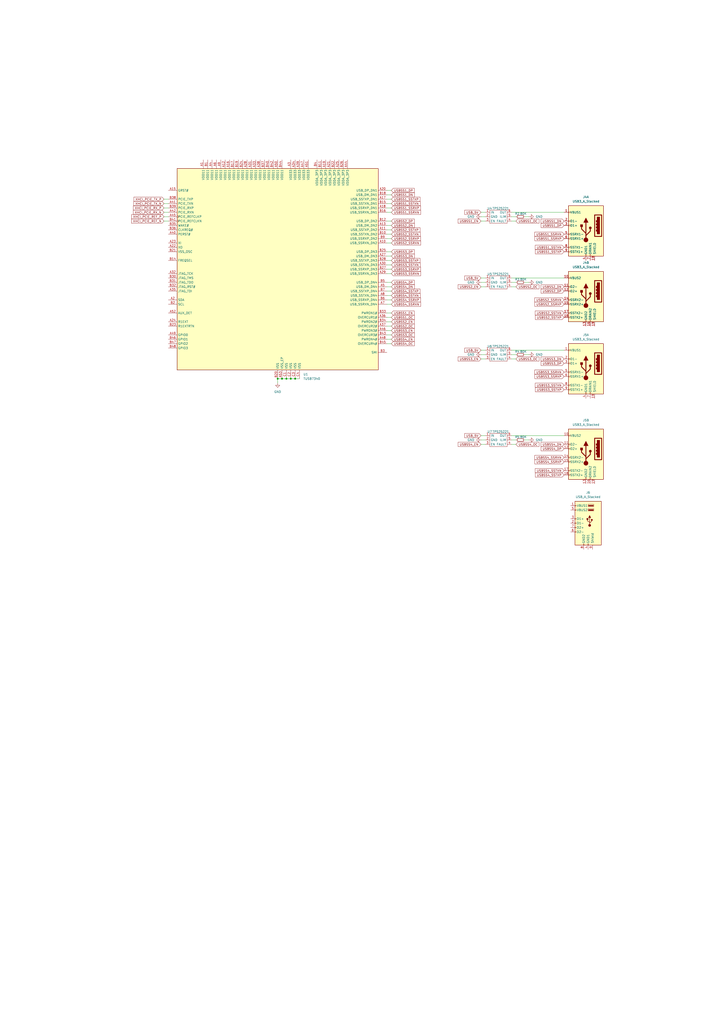
<source format=kicad_sch>
(kicad_sch (version 20231120) (generator "eeschema") (generator_version "8.0")
  (paper "A2" portrait)
  (lib_symbols
    (symbol "Connector:USB3_A_Stacked" (pin_names (offset 1.016))
      (property "Reference" "J" (at -10.16 15.24 0))
      (property "Value" "USB3_A_Stacked" (at 10.16 15.24 0))
      (symbol "USB3_A_Stacked_0_0"
        (rectangle (start -9.144 8.636) (end -5.08 -3.81) (stroke (width 0.508)))
        (rectangle (start -7.874 7.366) (end -6.604 -2.286) (stroke (width 0.508)) (fill (type outline)))
        (rectangle (start -6.35 0) (end -6.096 -0.762) (stroke (width 0.508)))
        (rectangle (start -6.35 1.778) (end -6.096 1.016) (stroke (width 0.508)))
        (rectangle (start -6.35 3.556) (end -6.096 2.794) (stroke (width 0.508)))
        (rectangle (start -6.35 5.334) (end -6.096 4.572) (stroke (width 0.508)))
        (rectangle (start -2.794 -15.24) (end -2.286 -14.224))
        (rectangle (start -0.254 -15.24) (end 0.254 -14.224))
        (rectangle (start 10.16 -12.446) (end 9.144 -12.954))
        (rectangle (start 10.16 -9.906) (end 9.144 -10.414))
        (rectangle (start 10.16 -4.826) (end 9.144 -5.334))
        (rectangle (start 10.16 -2.286) (end 9.144 -2.794))
        (rectangle (start 10.16 2.794) (end 9.144 2.286))
        (rectangle (start 10.16 5.334) (end 9.144 4.826))
        (rectangle (start 10.16 10.414) (end 9.144 9.906))
      )
      (symbol "USB3_A_Stacked_0_1"
        (rectangle (start -10.16 13.97) (end 10.16 -15.24) (stroke (width 0.254)) (fill (type background)))
        (pin passive line (at -5.08 -17.78 90) (length 2.54) (name "SHIELD") (number "19"))
      )
      (symbol "USB3_A_Stacked_1_1"
        (circle (center -2.54 1.143) (radius 0.635) (stroke (width 0.254)) (fill (type outline)))
        (circle (center 0 -5.842) (radius 1.27) (fill (type outline)))
        (polyline (pts (xy 0 -5.842) (xy 0 4.318)) (stroke (width 0.508)))
        (polyline (pts (xy 0 -3.302) (xy -2.54 -0.762) (xy -2.54 0.508)) (stroke (width 0.508)))
        (polyline (pts (xy 0 -2.032) (xy 2.54 0.508) (xy 2.54 1.778)) (stroke (width 0.508)))
        (polyline (pts (xy -1.27 4.318) (xy 0 6.858) (xy 1.27 4.318) (xy -1.27 4.318)) (stroke (width 0.254)) (fill (type outline)))
        (rectangle (start 1.905 1.778) (end 3.175 3.048) (stroke (width 0.254)) (fill (type outline)))
        (pin power_in line (at 12.7 10.16 180) (length 2.54) (name "VBUS1") (number "1"))
        (pin bidirectional line (at 12.7 5.08 180) (length 2.54) (name "D1-") (number "2"))
        (pin bidirectional line (at 12.7 2.54 180) (length 2.54) (name "D1+") (number "3"))
        (pin power_in line (at 0 -17.78 90) (length 2.54) (name "GND1") (number "4"))
        (pin output line (at 12.7 -2.54 180) (length 2.54) (name "SSRX1-") (number "5"))
        (pin output line (at 12.7 -5.08 180) (length 2.54) (name "SSRX1+") (number "6"))
        (pin passive line (at -2.54 -17.78 90) (length 2.54) (name "DRAIN1") (number "7"))
        (pin input line (at 12.7 -10.16 180) (length 2.54) (name "SSTX1-") (number "8"))
        (pin input line (at 12.7 -12.7 180) (length 2.54) (name "SSTX1+") (number "9"))
      )
      (symbol "USB3_A_Stacked_2_1"
        (circle (center -2.54 1.143) (radius 0.635) (stroke (width 0.254)) (fill (type outline)))
        (circle (center 0 -5.842) (radius 1.27) (fill (type outline)))
        (polyline (pts (xy 0 -5.842) (xy 0 4.318)) (stroke (width 0.508)))
        (polyline (pts (xy 0 -3.302) (xy -2.54 -0.762) (xy -2.54 0.508)) (stroke (width 0.508)))
        (polyline (pts (xy 0 -2.032) (xy 2.54 0.508) (xy 2.54 1.778)) (stroke (width 0.508)))
        (polyline (pts (xy -1.27 4.318) (xy 0 6.858) (xy 1.27 4.318) (xy -1.27 4.318)) (stroke (width 0.254)) (fill (type outline)))
        (rectangle (start 1.905 1.778) (end 3.175 3.048) (stroke (width 0.254)) (fill (type outline)))
        (pin power_in line (at 12.7 10.16 180) (length 2.54) (name "VBUS2") (number "10"))
        (pin bidirectional line (at 12.7 5.08 180) (length 2.54) (name "D2-") (number "11"))
        (pin bidirectional line (at 12.7 2.54 180) (length 2.54) (name "D2+") (number "12"))
        (pin power_in line (at 0 -17.78 90) (length 2.54) (name "GND2") (number "13"))
        (pin output line (at 12.7 -2.54 180) (length 2.54) (name "SSRX2-") (number "14"))
        (pin output line (at 12.7 -5.08 180) (length 2.54) (name "SSRX2+") (number "15"))
        (pin passive line (at -2.54 -17.78 90) (length 2.54) (name "DRAIN2") (number "16"))
        (pin input line (at 12.7 -10.16 180) (length 2.54) (name "SSTX2-") (number "17"))
        (pin input line (at 12.7 -12.7 180) (length 2.54) (name "SSTX2+") (number "18"))
      )
    )
    (symbol "Connector:USB_A_Stacked" (pin_names (offset 1.016))
      (property "Reference" "J" (at 0 15.875 0))
      (property "Value" "USB_A_Stacked" (at 0 13.97 0))
      (symbol "USB_A_Stacked_0_1"
        (rectangle (start -7.62 12.7) (end 7.62 -12.7) (stroke (width 0.254)) (fill (type background)))
        (circle (center -2.159 1.905) (radius 0.381) (stroke (width 0.254)) (fill (type outline)))
        (circle (center -0.889 -1.27) (radius 0.635) (stroke (width 0.254)) (fill (type outline)))
        (rectangle (start -0.254 7.366) (end -3.048 7.874) (fill (type outline)))
        (rectangle (start -0.254 9.906) (end -3.048 10.414) (fill (type outline)))
        (rectangle (start -0.127 -12.7) (end 0.127 -11.938))
        (polyline (pts (xy -1.524 3.175) (xy -0.254 3.175) (xy -0.889 4.445) (xy -1.524 3.175)) (stroke (width 0.254)) (fill (type outline)))
        (polyline (pts (xy -0.889 -0.635) (xy -0.889 0) (xy -2.159 1.27) (xy -2.159 1.905)) (stroke (width 0.254)))
        (polyline (pts (xy -0.889 0) (xy -0.889 0.635) (xy 0.381 1.27) (xy 0.381 2.54)) (stroke (width 0.254)))
        (rectangle (start 0 2.794) (end 0.762 2.032) (stroke (width 0.254)) (fill (type outline)))
        (rectangle (start 0 7.112) (end -3.302 8.382))
        (rectangle (start 0 9.652) (end -3.302 10.922))
        (rectangle (start 2.413 -12.7) (end 2.667 -11.938))
        (rectangle (start 7.62 -5.207) (end 6.858 -4.953))
        (rectangle (start 7.62 -2.667) (end 6.858 -2.413))
        (rectangle (start 7.62 -0.127) (end 6.858 0.127))
        (rectangle (start 7.62 2.413) (end 6.858 2.667))
        (rectangle (start 7.62 7.493) (end 6.858 7.747))
        (rectangle (start 7.62 10.033) (end 6.858 10.287))
      )
      (symbol "USB_A_Stacked_1_1"
        (polyline (pts (xy -0.889 0.635) (xy -0.889 3.175)) (stroke (width 0.254)))
        (pin power_in line (at 10.16 10.16 180) (length 2.54) (name "VBUS1") (number "1"))
        (pin bidirectional line (at 10.16 0 180) (length 2.54) (name "D1-") (number "2"))
        (pin bidirectional line (at 10.16 2.54 180) (length 2.54) (name "D1+") (number "3"))
        (pin power_in line (at 0 -15.24 90) (length 2.54) (name "GND1") (number "4"))
        (pin power_in line (at 10.16 7.62 180) (length 2.54) (name "VBUS2") (number "5"))
        (pin bidirectional line (at 10.16 -5.08 180) (length 2.54) (name "D2-") (number "6"))
        (pin bidirectional line (at 10.16 -2.54 180) (length 2.54) (name "D2+") (number "7"))
        (pin power_in line (at 2.54 -15.24 90) (length 2.54) (name "GND2") (number "8"))
        (pin passive line (at -2.54 -15.24 90) (length 2.54) (name "Shield") (number "9"))
      )
    )
    (symbol "Device:R_Small" (pin_numbers hide) (pin_names (offset 0.254) hide)
      (property "Reference" "R" (at 0.762 0.508 0))
      (property "Value" "R_Small" (at 0.762 -1.016 0))
      (symbol "R_Small_0_1"
        (rectangle (start -0.762 1.778) (end 0.762 -1.778) (stroke (width 0.2032)))
      )
      (symbol "R_Small_1_1"
        (pin passive line (at 0 2.54 270) (length 0.762) (name "~") (number "1"))
        (pin passive line (at 0 -2.54 90) (length 0.762) (name "~") (number "2"))
      )
    )
    (symbol "Interface_USB:TUSB7340"
      (property "Reference" "U" (at 0 0 0))
      (property "Value" "TUSB7340" (at 0 -2.54 0))
      (symbol "TUSB7340_0_1"
        (rectangle (start 58.42 58.42) (end -58.42 -58.42) (stroke (width 0.254)) (fill (type background)))
      )
      (symbol "TUSB7340_1_1"
        (pin power_in line (at -43.18 63.5 270) (length 5.08) (name "VDD11") (number "A1"))
        (pin input line (at 63.5 15.24 180) (length 5.08) (name "USB_SSRXN_DN2") (number "A10"))
        (pin output line (at 63.5 22.86 180) (length 5.08) (name "USB_SSTXP_DN2") (number "A11"))
        (pin power_in line (at -30.48 63.5 270) (length 5.08) (name "VDD11") (number "A12"))
        (pin bidirectional line (at 63.5 25.4 180) (length 5.08) (name "USB_DM_DN2") (number "A13"))
        (pin no_connect line (at -17.78 -58.42 90) (length 5.08) hide (name "NC") (number "A14"))
        (pin input line (at -63.5 45.72 0) (length 5.08) (name "GRST#") (number "A15"))
        (pin power_in line (at -27.94 63.5 270) (length 5.08) (name "VDD11") (number "A16"))
        (pin output line (at 63.5 40.64 180) (length 5.08) (name "USB_SSTXP_DN1") (number "A17"))
        (pin input line (at 63.5 35.56 180) (length 5.08) (name "USB_SSRXP_DN1") (number "A18"))
        (pin power_in line (at 27.94 63.5 270) (length 5.08) (name "VDDA_3P3") (number "A19"))
        (pin bidirectional line (at -63.5 -17.78 0) (length 5.08) (name "SDA") (number "A2"))
        (pin bidirectional line (at 63.5 45.72 180) (length 5.08) (name "USB_DP_DN1") (number "A20"))
        (pin power_in line (at 30.48 63.5 270) (length 5.08) (name "VDDA_3P3") (number "A21"))
        (pin output line (at -63.5 12.7 0) (length 5.08) (name "XO") (number "A22"))
        (pin input line (at -63.5 15.24 0) (length 5.08) (name "XI") (number "A23"))
        (pin bidirectional line (at -63.5 -30.48 0) (length 5.08) (name "R1EXT") (number "A24"))
        (pin power_in line (at 35.56 63.5 270) (length 5.08) (name "VDDA_3P3") (number "A25"))
        (pin no_connect line (at -15.24 -58.42 90) (length 5.08) hide (name "NC") (number "A26"))
        (pin bidirectional line (at 63.5 7.62 180) (length 5.08) (name "USB_DM_DN3") (number "A27"))
        (pin power_in line (at -17.78 63.5 270) (length 5.08) (name "VDD11") (number "A28"))
        (pin input line (at 63.5 -2.54 180) (length 5.08) (name "USB_SSRXN_DN3") (number "A29"))
        (pin power_in line (at 7.62 63.5 270) (length 5.08) (name "VDD33") (number "A3"))
        (pin output line (at 63.5 2.54 180) (length 5.08) (name "USB_SSTXN_DN3") (number "A30"))
        (pin power_in line (at -15.24 63.5 270) (length 5.08) (name "VDD11") (number "A31"))
        (pin input line (at -63.5 -2.54 0) (length 5.08) (name "JTAG_TCK") (number "A32"))
        (pin power_in line (at -12.7 63.5 270) (length 5.08) (name "VDD11") (number "A33"))
        (pin power_in line (at 10.16 63.5 270) (length 5.08) (name "VDD33") (number "A34"))
        (pin input line (at -63.5 -12.7 0) (length 5.08) (name "JTAG_TDI") (number "A35"))
        (pin input line (at 63.5 -27.94 180) (length 5.08) (name "OVERCUR1#") (number "A36"))
        (pin input line (at 63.5 -33.02 180) (length 5.08) (name "OVERCUR2#") (number "A37"))
        (pin power_in line (at -10.16 63.5 270) (length 5.08) (name "VDD11") (number "A38"))
        (pin power_in line (at 12.7 63.5 270) (length 5.08) (name "VDD33") (number "A39"))
        (pin power_in line (at -38.1 63.5 270) (length 5.08) (name "VDD11") (number "A4"))
        (pin input line (at -63.5 20.32 0) (length 5.08) (name "PERST#") (number "A40"))
        (pin output line (at -63.5 38.1 0) (length 5.08) (name "PCIE_TXN") (number "A41"))
        (pin input line (at -63.5 33.02 0) (length 5.08) (name "PCIE_RXN") (number "A42"))
        (pin no_connect line (at -10.16 -58.42 90) (length 5.08) hide (name "NC") (number "A43"))
        (pin power_in line (at 40.64 63.5 270) (length 5.08) (name "VDDA_3P3") (number "A44"))
        (pin input clock (at -63.5 30.48 0) (length 5.08) (name "PCIE_REFCLKP") (number "A45"))
        (pin output line (at 63.5 -35.56 180) (length 5.08) (name "PWRON3#") (number "A46"))
        (pin power_in line (at 15.24 63.5 270) (length 5.08) (name "VDD33") (number "A47"))
        (pin output line (at 63.5 -40.64 180) (length 5.08) (name "PWRON4#") (number "A48"))
        (pin bidirectional line (at -63.5 -38.1 0) (length 5.08) (name "GPIO0") (number "A49"))
        (pin bidirectional line (at 63.5 -10.16 180) (length 5.08) (name "USB_DM_DN4") (number "A5"))
        (pin power_in line (at 0 63.5 270) (length 5.08) (name "VDD11") (number "A50"))
        (pin power_in line (at 17.78 63.5 270) (length 5.08) (name "VDD33") (number "A51"))
        (pin input line (at -63.5 -25.4 0) (length 5.08) (name "AUX_DET") (number "A52"))
        (pin power_in line (at 2.54 -63.5 90) (length 5.08) (name "VSS_EP") (number "A53"))
        (pin power_in line (at -35.56 63.5 270) (length 5.08) (name "VDD11") (number "A6"))
        (pin input line (at 63.5 -20.32 180) (length 5.08) (name "USB_SSRXN_DN4") (number "A7"))
        (pin input line (at 63.5 -15.24 180) (length 5.08) (name "USB_SSTXN_DN4") (number "A8"))
        (pin power_in line (at -33.02 63.5 270) (length 5.08) (name "VDD11") (number "A9"))
        (pin power_in line (at -40.64 63.5 270) (length 5.08) (name "VDD11") (number "B1"))
        (pin output line (at 63.5 20.32 180) (length 5.08) (name "USB_SSTXN_DN2") (number "B10"))
        (pin power_in line (at 25.4 63.5 270) (length 5.08) (name "VDDA_3P3") (number "B11"))
        (pin bidirectional line (at 63.5 27.94 180) (length 5.08) (name "USB_DP_DN2") (number "B12"))
        (pin no_connect line (at -20.32 -58.42 90) (length 5.08) hide (name "NC") (number "B13"))
        (pin input line (at -63.5 5.08 0) (length 5.08) (name "FREQSEL") (number "B14"))
        (pin output line (at 63.5 38.1 180) (length 5.08) (name "USB_SSTXN_DN1") (number "B15"))
        (pin input line (at 63.5 33.02 180) (length 5.08) (name "USB_SSRXN_DN1") (number "B16"))
        (pin power_in line (at -25.4 63.5 270) (length 5.08) (name "VDD11") (number "B17"))
        (pin bidirectional line (at 63.5 43.18 180) (length 5.08) (name "USB_DM_DN1") (number "B18"))
        (pin power_in line (at -22.86 63.5 270) (length 5.08) (name "VDD11") (number "B19"))
        (pin bidirectional line (at -63.5 -20.32 0) (length 5.08) (name "SCL") (number "B2"))
        (pin power_in line (at 0 -63.5 90) (length 5.08) (name "VSS") (number "B20"))
        (pin input line (at -63.5 10.16 0) (length 5.08) (name "VSS_OSC") (number "B21"))
        (pin power_in line (at 33.02 63.5 270) (length 5.08) (name "VDDA_3P3") (number "B22"))
        (pin bidirectional line (at -63.5 -33.02 0) (length 5.08) (name "R1EXTRTN") (number "B23"))
        (pin power_in line (at -20.32 63.5 270) (length 5.08) (name "VDD11") (number "B24"))
        (pin bidirectional line (at 63.5 10.16 180) (length 5.08) (name "USB_DP_DN3") (number "B25"))
        (pin power_in line (at 38.1 63.5 270) (length 5.08) (name "VDDA_3P3") (number "B26"))
        (pin input line (at 63.5 0 180) (length 5.08) (name "USB_SSRXP_DN3") (number "B27"))
        (pin output line (at 63.5 5.08 180) (length 5.08) (name "USB_SSTXP_DN3") (number "B28"))
        (pin no_connect line (at -12.7 -58.42 90) (length 5.08) hide (name "NC") (number "B29"))
        (pin output line (at 63.5 -48.26 180) (length 5.08) (name "SMI") (number "B3"))
        (pin input line (at -63.5 -5.08 0) (length 5.08) (name "JTAG_TMS") (number "B30"))
        (pin output line (at -63.5 -7.62 0) (length 5.08) (name "JTAG_TDO") (number "B31"))
        (pin input line (at -63.5 -10.16 0) (length 5.08) (name "JTAG_RST#") (number "B32"))
        (pin output line (at 63.5 -25.4 180) (length 5.08) (name "PWRON1#") (number "B33"))
        (pin output line (at 63.5 -30.48 180) (length 5.08) (name "PWRON2#") (number "B34"))
        (pin output line (at -63.5 25.4 0) (length 5.08) (name "WAKE#") (number "B35"))
        (pin input line (at -63.5 22.86 0) (length 5.08) (name "CLKREQ#") (number "B36"))
        (pin power_in line (at -7.62 63.5 270) (length 5.08) (name "VDD11") (number "B37"))
        (pin output line (at -63.5 40.64 0) (length 5.08) (name "PCIE_TXP") (number "B38"))
        (pin input line (at -63.5 35.56 0) (length 5.08) (name "PCIE_RXP") (number "B39"))
        (pin power_in line (at 22.86 63.5 270) (length 5.08) (name "VDDA_3P3") (number "B4"))
        (pin power_in line (at -5.08 63.5 270) (length 5.08) (name "VDD11") (number "B40"))
        (pin input clock (at -63.5 27.94 0) (length 5.08) (name "PCIE_REFCLKN") (number "B41"))
        (pin power_in line (at -2.54 63.5 270) (length 5.08) (name "VDD11") (number "B42"))
        (pin input line (at 63.5 -38.1 180) (length 5.08) (name "OVERCUR3#") (number "B43"))
        (pin power_in line (at 2.54 63.5 270) (length 5.08) (name "VDD11") (number "B44"))
        (pin input line (at 63.5 -43.18 180) (length 5.08) (name "OVERCUR4#") (number "B45"))
        (pin bidirectional line (at -63.5 -40.64 0) (length 5.08) (name "GPIO1") (number "B46"))
        (pin bidirectional line (at -63.5 -43.18 0) (length 5.08) (name "GPIO2") (number "B47"))
        (pin bidirectional line (at -63.5 -45.72 0) (length 5.08) (name "GPIO3") (number "B48"))
        (pin bidirectional line (at 63.5 -7.62 180) (length 5.08) (name "USB_DP_DN4") (number "B5"))
        (pin input line (at 63.5 -17.78 180) (length 5.08) (name "USB_SSRXP_DN4") (number "B6"))
        (pin input line (at 63.5 -12.7 180) (length 5.08) (name "USB_SSTXP_DN4") (number "B7"))
        (pin no_connect line (at -22.86 -58.42 90) (length 5.08) hide (name "NC") (number "B8"))
        (pin input line (at 63.5 17.78 180) (length 5.08) (name "USB_SSRXP_DN2") (number "B9"))
        (pin power_in line (at 5.08 -63.5 90) (length 5.08) (name "VSS") (number "C1"))
        (pin power_in line (at 7.62 -63.5 90) (length 5.08) (name "VSS") (number "C2"))
        (pin power_in line (at 10.16 -63.5 90) (length 5.08) (name "VSS") (number "C3"))
        (pin power_in line (at 12.7 -63.5 90) (length 5.08) (name "VSS") (number "C4"))
      )
    )
    (symbol "mediacow:TPS25221"
      (property "Reference" "U" (at -5.588 4.826 0))
      (symbol "TPS25221_0_1"
        (rectangle (start -5.08 3.81) (end 5.08 -3.81))
      )
      (symbol "TPS25221_1_1"
        (pin input line (at -7.62 2.54 0) (length 2.54) (name "IN") (number "1"))
        (pin input line (at -7.62 0 0) (length 2.54) (name "GND") (number "2"))
        (pin input line (at -7.62 -2.54 0) (length 2.54) (name "EN") (number "3"))
        (pin input line (at 7.62 -2.54 180) (length 2.54) (name "FAULT") (number "4"))
        (pin input line (at 7.62 0 180) (length 2.54) (name "ILIM") (number "5"))
        (pin input line (at 7.62 2.54 180) (length 2.54) (name "OUT") (number "6"))
      )
    )
    (symbol "power:GND" (power) (pin_numbers hide) (pin_names (offset 0) hide)
      (property "Value" "GND" (at 0 -3.81 0))
      (symbol "GND_0_1"
        (polyline (pts (xy 0 0) (xy 0 -1.27) (xy 1.27 -1.27) (xy 0 -2.54) (xy -1.27 -1.27) (xy 0 -1.27)))
      )
      (symbol "GND_1_1"
        (pin power_in line (at 0 0 270) (length 0) (name "~") (number "1"))
      )
    )
  )
  (junction (at 168.91 219.71))
  (junction (at 163.83 219.71))
  (junction (at 161.29 219.71))
  (junction (at 171.45 219.71))
  (junction (at 166.37 219.71))
  (wire (pts (xy 224.79 173.99) (xy 227.33 173.99)))
  (wire (pts (xy 297.18 203.2) (xy 327.66 203.2)))
  (wire (pts (xy 297.18 123.19) (xy 327.66 123.19)))
  (wire (pts (xy 279.4 161.29) (xy 281.94 161.29)))
  (wire (pts (xy 224.79 118.11) (xy 227.33 118.11)))
  (wire (pts (xy 279.4 255.27) (xy 281.94 255.27)))
  (wire (pts (xy 297.18 161.29) (xy 327.66 161.29)))
  (wire (pts (xy 163.83 219.71) (xy 166.37 219.71)))
  (wire (pts (xy 224.79 138.43) (xy 227.33 138.43)))
  (wire (pts (xy 224.79 135.89) (xy 227.33 135.89)))
  (wire (pts (xy 279.4 128.27) (xy 281.94 128.27)))
  (wire (pts (xy 161.29 219.71) (xy 163.83 219.71)))
  (wire (pts (xy 224.79 166.37) (xy 227.33 166.37)))
  (wire (pts (xy 171.45 219.71) (xy 173.99 219.71)))
  (wire (pts (xy 299.72 208.28) (xy 297.18 208.28)))
  (wire (pts (xy 297.18 163.83) (xy 299.72 163.83)))
  (wire (pts (xy 279.4 163.83) (xy 281.94 163.83)))
  (wire (pts (xy 224.79 176.53) (xy 227.33 176.53)))
  (wire (pts (xy 224.79 146.05) (xy 227.33 146.05)))
  (wire (pts (xy 224.79 184.15) (xy 227.33 184.15)))
  (wire (pts (xy 279.4 257.81) (xy 281.94 257.81)))
  (wire (pts (xy 168.91 219.71) (xy 171.45 219.71)))
  (wire (pts (xy 297.18 125.73) (xy 299.72 125.73)))
  (wire (pts (xy 224.79 199.39) (xy 227.33 199.39)))
  (wire (pts (xy 224.79 163.83) (xy 227.33 163.83)))
  (wire (pts (xy 224.79 130.81) (xy 227.33 130.81)))
  (wire (pts (xy 297.18 252.73) (xy 327.66 252.73)))
  (wire (pts (xy 279.4 125.73) (xy 281.94 125.73)))
  (wire (pts (xy 95.25 128.27) (xy 97.79 128.27)))
  (wire (pts (xy 224.79 151.13) (xy 227.33 151.13)))
  (wire (pts (xy 279.4 252.73) (xy 281.94 252.73)))
  (wire (pts (xy 224.79 191.77) (xy 227.33 191.77)))
  (wire (pts (xy 279.4 205.74) (xy 281.94 205.74)))
  (wire (pts (xy 307.34 255.27) (xy 304.8 255.27)))
  (wire (pts (xy 297.18 255.27) (xy 299.72 255.27)))
  (wire (pts (xy 224.79 158.75) (xy 227.33 158.75)))
  (wire (pts (xy 224.79 140.97) (xy 227.33 140.97)))
  (wire (pts (xy 279.4 203.2) (xy 281.94 203.2)))
  (wire (pts (xy 95.25 115.57) (xy 97.79 115.57)))
  (wire (pts (xy 95.25 118.11) (xy 97.79 118.11)))
  (wire (pts (xy 307.34 125.73) (xy 304.8 125.73)))
  (wire (pts (xy 224.79 171.45) (xy 227.33 171.45)))
  (wire (pts (xy 297.18 205.74) (xy 299.72 205.74)))
  (wire (pts (xy 224.79 153.67) (xy 227.33 153.67)))
  (wire (pts (xy 95.25 120.65) (xy 97.79 120.65)))
  (wire (pts (xy 224.79 120.65) (xy 227.33 120.65)))
  (wire (pts (xy 224.79 123.19) (xy 227.33 123.19)))
  (wire (pts (xy 224.79 115.57) (xy 227.33 115.57)))
  (wire (pts (xy 279.4 208.28) (xy 281.94 208.28)))
  (wire (pts (xy 227.33 113.03) (xy 224.79 113.03)))
  (wire (pts (xy 224.79 156.21) (xy 227.33 156.21)))
  (wire (pts (xy 224.79 133.35) (xy 227.33 133.35)))
  (wire (pts (xy 299.72 257.81) (xy 297.18 257.81)))
  (wire (pts (xy 224.79 181.61) (xy 227.33 181.61)))
  (wire (pts (xy 299.72 166.37) (xy 297.18 166.37)))
  (wire (pts (xy 224.79 194.31) (xy 227.33 194.31)))
  (wire (pts (xy 299.72 128.27) (xy 297.18 128.27)))
  (wire (pts (xy 224.79 128.27) (xy 227.33 128.27)))
  (wire (pts (xy 161.29 222.25) (xy 161.29 219.71)))
  (wire (pts (xy 224.79 189.23) (xy 227.33 189.23)))
  (wire (pts (xy 224.79 110.49) (xy 227.33 110.49)))
  (wire (pts (xy 279.4 166.37) (xy 281.94 166.37)))
  (wire (pts (xy 224.79 186.69) (xy 227.33 186.69)))
  (wire (pts (xy 95.25 125.73) (xy 97.79 125.73)))
  (wire (pts (xy 95.25 123.19) (xy 97.79 123.19)))
  (wire (pts (xy 166.37 219.71) (xy 168.91 219.71)))
  (wire (pts (xy 307.34 205.74) (xy 304.8 205.74)))
  (wire (pts (xy 224.79 168.91) (xy 227.33 168.91)))
  (wire (pts (xy 307.34 163.83) (xy 304.8 163.83)))
  (wire (pts (xy 279.4 123.19) (xy 281.94 123.19)))
  (wire (pts (xy 224.79 196.85) (xy 227.33 196.85)))
  (wire (pts (xy 224.79 148.59) (xy 227.33 148.59)))
  (global_label "USBSS2_SSTXN" (shape input) (at 227.33 135.89 0) (property "Intersheetrefs" "${INTERSHEET_REFS}" (effects (hide yes))))
  (global_label "USBSS3_DP" (shape input) (at 227.33 146.05 0) (property "Intersheetrefs" "${INTERSHEET_REFS}" (effects (hide yes))))
  (global_label "USBSS3_SSRXN" (shape input) (at 327.66 215.9 180) (property "Intersheetrefs" "${INTERSHEET_REFS}" (effects (hide yes))))
  (global_label "USBSS2_OC" (shape input) (at 227.33 189.23 0) (property "Intersheetrefs" "${INTERSHEET_REFS}" (effects (hide yes))))
  (global_label "USBSS4_SSTXN" (shape input) (at 227.33 171.45 0) (property "Intersheetrefs" "${INTERSHEET_REFS}" (effects (hide yes))))
  (global_label "USBSS1_OC" (shape input) (at 299.72 128.27 0) (property "Intersheetrefs" "${INTERSHEET_REFS}" (effects (hide yes))))
  (global_label "USBSS2_SSRXP" (shape input) (at 227.33 138.43 0) (property "Intersheetrefs" "${INTERSHEET_REFS}" (effects (hide yes))))
  (global_label "USBSS1_SSRXP" (shape input) (at 227.33 120.65 0) (property "Intersheetrefs" "${INTERSHEET_REFS}" (effects (hide yes))))
  (global_label "USBSS2_DP" (shape input) (at 227.33 128.27 0) (property "Intersheetrefs" "${INTERSHEET_REFS}" (effects (hide yes))))
  (global_label "USBSS4_SSRXN" (shape input) (at 327.66 265.43 180) (property "Intersheetrefs" "${INTERSHEET_REFS}" (effects (hide yes))))
  (global_label "USBSS3_SSTXN" (shape input) (at 227.33 153.67 0) (property "Intersheetrefs" "${INTERSHEET_REFS}" (effects (hide yes))))
  (global_label "USBSS4_EN" (shape input) (at 279.4 257.81 180) (property "Intersheetrefs" "${INTERSHEET_REFS}" (effects (hide yes))))
  (global_label "USBSS1_SSTXP" (shape input) (at 327.66 146.05 180) (property "Intersheetrefs" "${INTERSHEET_REFS}" (effects (hide yes))))
  (global_label "XHCI_PCIE_RX_N" (shape input) (at 95.25 123.19 180) (property "Intersheetrefs" "${INTERSHEET_REFS}" (effects (hide yes))))
  (global_label "USBSS2_OC" (shape input) (at 299.72 166.37 0) (property "Intersheetrefs" "${INTERSHEET_REFS}" (effects (hide yes))))
  (global_label "USBSS4_OC" (shape input) (at 299.72 257.81 0) (property "Intersheetrefs" "${INTERSHEET_REFS}" (effects (hide yes))))
  (global_label "USBSS3_SSTXP" (shape input) (at 327.66 226.06 180) (property "Intersheetrefs" "${INTERSHEET_REFS}" (effects (hide yes))))
  (global_label "USBSS3_DN" (shape input) (at 227.33 148.59 0) (property "Intersheetrefs" "${INTERSHEET_REFS}" (effects (hide yes))))
  (global_label "USBSS2_DP" (shape input) (at 327.66 168.91 180) (property "Intersheetrefs" "${INTERSHEET_REFS}" (effects (hide yes))))
  (global_label "USBSS1_SSTXN" (shape input) (at 227.33 118.11 0) (property "Intersheetrefs" "${INTERSHEET_REFS}" (effects (hide yes))))
  (global_label "USBSS2_DN" (shape input) (at 327.66 166.37 180) (property "Intersheetrefs" "${INTERSHEET_REFS}" (effects (hide yes))))
  (global_label "USBSS4_DP" (shape input) (at 327.66 260.35 180) (property "Intersheetrefs" "${INTERSHEET_REFS}" (effects (hide yes))))
  (global_label "USBSS1_SSTXN" (shape input) (at 327.66 143.51 180) (property "Intersheetrefs" "${INTERSHEET_REFS}" (effects (hide yes))))
  (global_label "USBSS2_SSTXN" (shape input) (at 327.66 181.61 180) (property "Intersheetrefs" "${INTERSHEET_REFS}" (effects (hide yes))))
  (global_label "USBSS4_SSTXP" (shape input) (at 327.66 275.59 180) (property "Intersheetrefs" "${INTERSHEET_REFS}" (effects (hide yes))))
  (global_label "USBSS1_OC" (shape input) (at 227.33 184.15 0) (property "Intersheetrefs" "${INTERSHEET_REFS}" (effects (hide yes))))
  (global_label "USBSS3_SSTXN" (shape input) (at 327.66 223.52 180) (property "Intersheetrefs" "${INTERSHEET_REFS}" (effects (hide yes))))
  (global_label "USBSS1_EN" (shape input) (at 227.33 181.61 0) (property "Intersheetrefs" "${INTERSHEET_REFS}" (effects (hide yes))))
  (global_label "USBSS2_SSRXN" (shape input) (at 227.33 140.97 0) (property "Intersheetrefs" "${INTERSHEET_REFS}" (effects (hide yes))))
  (global_label "XHCI_PCIE_TX_N" (shape input) (at 95.25 118.11 180) (property "Intersheetrefs" "${INTERSHEET_REFS}" (effects (hide yes))))
  (global_label "USBSS4_EN" (shape input) (at 227.33 196.85 0) (property "Intersheetrefs" "${INTERSHEET_REFS}" (effects (hide yes))))
  (global_label "USB_5V" (shape input) (at 279.4 252.73 180) (property "Intersheetrefs" "${INTERSHEET_REFS}" (effects (hide yes))))
  (global_label "XHCI_PCIE_RX_P" (shape input) (at 95.25 120.65 180) (property "Intersheetrefs" "${INTERSHEET_REFS}" (effects (hide yes))))
  (global_label "USBSS3_SSRXP" (shape input) (at 227.33 156.21 0) (property "Intersheetrefs" "${INTERSHEET_REFS}" (effects (hide yes))))
  (global_label "USBSS2_DN" (shape input) (at 227.33 130.81 0) (property "Intersheetrefs" "${INTERSHEET_REFS}" (effects (hide yes))))
  (global_label "USBSS1_SSRXP" (shape input) (at 327.66 138.43 180) (property "Intersheetrefs" "${INTERSHEET_REFS}" (effects (hide yes))))
  (global_label "USB_5V" (shape input) (at 279.4 161.29 180) (property "Intersheetrefs" "${INTERSHEET_REFS}" (effects (hide yes))))
  (global_label "USBSS4_SSTXP" (shape input) (at 227.33 168.91 0) (property "Intersheetrefs" "${INTERSHEET_REFS}" (effects (hide yes))))
  (global_label "USBSS3_OC" (shape input) (at 299.72 208.28 0) (property "Intersheetrefs" "${INTERSHEET_REFS}" (effects (hide yes))))
  (global_label "USBSS3_SSRXP" (shape input) (at 327.66 218.44 180) (property "Intersheetrefs" "${INTERSHEET_REFS}" (effects (hide yes))))
  (global_label "USBSS1_DN" (shape input) (at 327.66 128.27 180) (property "Intersheetrefs" "${INTERSHEET_REFS}" (effects (hide yes))))
  (global_label "USB_5V" (shape input) (at 279.4 203.2 180) (property "Intersheetrefs" "${INTERSHEET_REFS}" (effects (hide yes))))
  (global_label "USBSS4_DN" (shape input) (at 327.66 257.81 180) (property "Intersheetrefs" "${INTERSHEET_REFS}" (effects (hide yes))))
  (global_label "USBSS4_SSRXP" (shape input) (at 327.66 267.97 180) (property "Intersheetrefs" "${INTERSHEET_REFS}" (effects (hide yes))))
  (global_label "XHCI_PCIE_REF_N" (shape input) (at 95.25 128.27 180) (property "Intersheetrefs" "${INTERSHEET_REFS}" (effects (hide yes))))
  (global_label "USBSS2_SSTXP" (shape input) (at 227.33 133.35 0) (property "Intersheetrefs" "${INTERSHEET_REFS}" (effects (hide yes))))
  (global_label "XHCI_PCIE_TX_P" (shape input) (at 95.25 115.57 180) (property "Intersheetrefs" "${INTERSHEET_REFS}" (effects (hide yes))))
  (global_label "USBSS3_DN" (shape input) (at 327.66 208.28 180) (property "Intersheetrefs" "${INTERSHEET_REFS}" (effects (hide yes))))
  (global_label "XHCI_PCIE_REF_P" (shape input) (at 95.25 125.73 180) (property "Intersheetrefs" "${INTERSHEET_REFS}" (effects (hide yes))))
  (global_label "USBSS2_EN" (shape input) (at 279.4 166.37 180) (property "Intersheetrefs" "${INTERSHEET_REFS}" (effects (hide yes))))
  (global_label "USBSS3_SSTXP" (shape input) (at 227.33 151.13 0) (property "Intersheetrefs" "${INTERSHEET_REFS}" (effects (hide yes))))
  (global_label "USBSS1_SSRXN" (shape input) (at 327.66 135.89 180) (property "Intersheetrefs" "${INTERSHEET_REFS}" (effects (hide yes))))
  (global_label "USBSS1_DP" (shape input) (at 327.66 130.81 180) (property "Intersheetrefs" "${INTERSHEET_REFS}" (effects (hide yes))))
  (global_label "USBSS4_SSRXP" (shape input) (at 227.33 173.99 0) (property "Intersheetrefs" "${INTERSHEET_REFS}" (effects (hide yes))))
  (global_label "USBSS2_SSRXN" (shape input) (at 327.66 173.99 180) (property "Intersheetrefs" "${INTERSHEET_REFS}" (effects (hide yes))))
  (global_label "USBSS4_SSRXN" (shape input) (at 227.33 176.53 0) (property "Intersheetrefs" "${INTERSHEET_REFS}" (effects (hide yes))))
  (global_label "USB_5V" (shape input) (at 279.4 123.19 180) (property "Intersheetrefs" "${INTERSHEET_REFS}" (effects (hide yes))))
  (global_label "USBSS1_EN" (shape input) (at 279.4 128.27 180) (property "Intersheetrefs" "${INTERSHEET_REFS}" (effects (hide yes))))
  (global_label "USBSS1_SSTXP" (shape input) (at 227.33 115.57 0) (property "Intersheetrefs" "${INTERSHEET_REFS}" (effects (hide yes))))
  (global_label "USBSS1_DP" (shape input) (at 227.33 110.49 0) (property "Intersheetrefs" "${INTERSHEET_REFS}" (effects (hide yes))))
  (global_label "USBSS3_OC" (shape input) (at 227.33 194.31 0) (property "Intersheetrefs" "${INTERSHEET_REFS}" (effects (hide yes))))
  (global_label "USBSS3_EN" (shape input) (at 279.4 208.28 180) (property "Intersheetrefs" "${INTERSHEET_REFS}" (effects (hide yes))))
  (global_label "USBSS4_OC" (shape input) (at 227.33 199.39 0) (property "Intersheetrefs" "${INTERSHEET_REFS}" (effects (hide yes))))
  (global_label "USBSS3_EN" (shape input) (at 227.33 191.77 0) (property "Intersheetrefs" "${INTERSHEET_REFS}" (effects (hide yes))))
  (global_label "USBSS4_DN" (shape input) (at 227.33 166.37 0) (property "Intersheetrefs" "${INTERSHEET_REFS}" (effects (hide yes))))
  (global_label "USBSS4_SSTXN" (shape input) (at 327.66 273.05 180) (property "Intersheetrefs" "${INTERSHEET_REFS}" (effects (hide yes))))
  (global_label "USBSS4_DP" (shape input) (at 227.33 163.83 0) (property "Intersheetrefs" "${INTERSHEET_REFS}" (effects (hide yes))))
  (global_label "USBSS2_EN" (shape input) (at 227.33 186.69 0) (property "Intersheetrefs" "${INTERSHEET_REFS}" (effects (hide yes))))
  (global_label "USBSS2_SSTXP" (shape input) (at 327.66 184.15 180) (property "Intersheetrefs" "${INTERSHEET_REFS}" (effects (hide yes))))
  (global_label "USBSS1_DN" (shape input) (at 227.33 113.03 0) (property "Intersheetrefs" "${INTERSHEET_REFS}" (effects (hide yes))))
  (global_label "USBSS3_DP" (shape input) (at 327.66 210.82 180) (property "Intersheetrefs" "${INTERSHEET_REFS}" (effects (hide yes))))
  (global_label "USBSS1_SSRXN" (shape input) (at 227.33 123.19 0) (property "Intersheetrefs" "${INTERSHEET_REFS}" (effects (hide yes))))
  (global_label "USBSS2_SSRXP" (shape input) (at 327.66 176.53 180) (property "Intersheetrefs" "${INTERSHEET_REFS}" (effects (hide yes))))
  (global_label "USBSS3_SSRXN" (shape input) (at 227.33 158.75 0) (property "Intersheetrefs" "${INTERSHEET_REFS}" (effects (hide yes))))
  (symbol (lib_id "Connector:USB_A_Stacked") (at 341.63 303.53 0) (mirror y) (unit 1)
    (property "Reference" "J6" (at 341.63 285.75 0))
    (property "Value" "USB_A_Stacked" (at 341.63 288.29 0))
    (property "Datasheet" " ~" (effects (hide yes)))
    (property "Description" "USB Type A connector, stacked" (effects (hide yes)))
  )
  (symbol (lib_id "Connector:USB3_A_Stacked") (at 340.36 262.89 0) (mirror y) (unit 2)
    (property "Reference" "J5" (at 340.36 243.84 0))
    (property "Value" "USB3_A_Stacked" (at 340.36 246.38 0))
    (property "Description" "USB 3.0 A connector, stacked" (effects (hide yes)))
  )
  (symbol (lib_id "Device:R_Small") (at 302.26 125.73 90) (unit 1)
    (property "Reference" "R2" (at 300.482 123.952 90))
    (property "Value" "80K" (at 304.038 123.952 90))
    (property "Description" "Resistor, small symbol" (effects (hide yes)))
  )
  (symbol (lib_id "power:GND") (at 279.4 125.73 270) (unit 1)
    (property "Reference" "#PWR05" (effects (hide yes)))
    (property "Value" "GND" (at 275.59 125.7299 90) (effects (justify right)))
    (property "Description" "Power symbol creates a global label with name \"GND\" , ground" (effects (hide yes)))
  )
  (symbol (lib_id "power:GND") (at 307.34 255.27 90) (unit 1)
    (property "Reference" "#PWR011" (effects (hide yes)))
    (property "Value" "GND" (at 311.15 255.2699 90) (effects (justify right)))
    (property "Description" "Power symbol creates a global label with name \"GND\" , ground" (effects (hide yes)))
  )
  (symbol (lib_id "power:GND") (at 307.34 163.83 90) (unit 1)
    (property "Reference" "#PWR07" (effects (hide yes)))
    (property "Value" "GND" (at 311.15 163.8299 90) (effects (justify right)))
    (property "Description" "Power symbol creates a global label with name \"GND\" , ground" (effects (hide yes)))
  )
  (symbol (lib_id "Connector:USB3_A_Stacked") (at 340.36 133.35 0) (mirror y) (unit 1)
    (property "Reference" "J4" (at 340.36 114.3 0))
    (property "Value" "USB3_A_Stacked" (at 340.36 116.84 0))
    (property "Footprint" "Connector_USB:USB3_A_Molex_48406-0001_Horizontal_Stacked" (effects (hide yes)))
    (property "Description" "USB 3.0 A connector, stacked" (effects (hide yes)))
  )
  (symbol (lib_id "mediacow:TPS25221") (at 289.56 255.27 0) (unit 1)
    (property "Reference" "U7" (at 284.48 250.444 0))
    (property "Value" "TPS25221" (at 290.83 250.444 0))
  )
  (symbol (lib_id "power:GND") (at 161.29 222.25 0) (unit 1)
    (property "Reference" "#PWR01" (effects (hide yes)))
    (property "Value" "GND" (at 161.29 227.33 0))
    (property "Description" "Power symbol creates a global label with name \"GND\" , ground" (effects (hide yes)))
  )
  (symbol (lib_id "Interface_USB:TUSB7340") (at 161.29 156.21 0) (unit 1)
    (property "Reference" "U1" (at 176.1841 217.17 0) (effects (justify left)))
    (property "Value" "TUSB7340" (at 176.1841 219.71 0) (effects (justify left)))
    (property "Footprint" "Package_DFN_QFN:Texas_S-PWQFN-N100_EP5.5x5.5mm_ThermalVias" (effects (hide yes)))
    (property "Datasheet" "http://www.ti.com/general/docs/lit/getliterature.tsp?genericPartNumber=tusb7320&fileType=pdf" (effects (hide yes)))
    (property "Description" "USB 3.0 xHCI Host Controller" (effects (hide yes)))
  )
  (symbol (lib_id "Device:R_Small") (at 302.26 255.27 90) (unit 1)
    (property "Reference" "R5" (at 300.482 253.492 90))
    (property "Value" "80K" (at 304.038 253.492 90))
    (property "Description" "Resistor, small symbol" (effects (hide yes)))
  )
  (symbol (lib_id "power:GND") (at 279.4 255.27 270) (unit 1)
    (property "Reference" "#PWR010" (effects (hide yes)))
    (property "Value" "GND" (at 275.59 255.2699 90) (effects (justify right)))
    (property "Description" "Power symbol creates a global label with name \"GND\" , ground" (effects (hide yes)))
  )
  (symbol (lib_id "Connector:USB3_A_Stacked") (at 340.36 213.36 0) (mirror y) (unit 1)
    (property "Reference" "J5" (at 340.36 194.31 0))
    (property "Value" "USB3_A_Stacked" (at 340.36 196.85 0))
    (property "Description" "USB 3.0 A connector, stacked" (effects (hide yes)))
  )
  (symbol (lib_id "mediacow:TPS25221") (at 289.56 205.74 0) (unit 1)
    (property "Reference" "U6" (at 284.48 200.914 0))
    (property "Value" "TPS25221" (at 290.83 200.914 0))
  )
  (symbol (lib_id "power:GND") (at 307.34 125.73 90) (unit 1)
    (property "Reference" "#PWR03" (effects (hide yes)))
    (property "Value" "GND" (at 311.15 125.7299 90) (effects (justify right)))
    (property "Description" "Power symbol creates a global label with name \"GND\" , ground" (effects (hide yes)))
  )
  (symbol (lib_id "power:GND") (at 307.34 205.74 90) (unit 1)
    (property "Reference" "#PWR09" (effects (hide yes)))
    (property "Value" "GND" (at 311.15 205.7399 90) (effects (justify right)))
    (property "Description" "Power symbol creates a global label with name \"GND\" , ground" (effects (hide yes)))
  )
  (symbol (lib_id "mediacow:TPS25221") (at 289.56 125.73 0) (unit 1)
    (property "Reference" "U4" (at 284.48 120.904 0))
    (property "Value" "TPS25221" (at 290.83 120.904 0))
  )
  (symbol (lib_id "mediacow:TPS25221") (at 289.56 163.83 0) (unit 1)
    (property "Reference" "U5" (at 284.48 159.004 0))
    (property "Value" "TPS25221" (at 290.83 159.004 0))
  )
  (symbol (lib_id "Connector:USB3_A_Stacked") (at 340.36 171.45 0) (mirror y) (unit 2)
    (property "Reference" "J4" (at 340.36 152.4 0))
    (property "Value" "USB3_A_Stacked" (at 340.36 154.94 0))
    (property "Footprint" "Connector_USB:USB3_A_Molex_48406-0001_Horizontal_Stacked" (effects (hide yes)))
    (property "Description" "USB 3.0 A connector, stacked" (effects (hide yes)))
  )
  (symbol (lib_id "Device:R_Small") (at 302.26 163.83 90) (unit 1)
    (property "Reference" "R3" (at 300.482 162.052 90))
    (property "Value" "80K" (at 304.038 162.052 90))
    (property "Description" "Resistor, small symbol" (effects (hide yes)))
  )
  (symbol (lib_id "Device:R_Small") (at 302.26 205.74 90) (unit 1)
    (property "Reference" "R4" (at 300.482 203.962 90))
    (property "Value" "80K" (at 304.038 203.962 90))
    (property "Description" "Resistor, small symbol" (effects (hide yes)))
  )
  (symbol (lib_id "power:GND") (at 279.4 205.74 270) (unit 1)
    (property "Reference" "#PWR08" (effects (hide yes)))
    (property "Value" "GND" (at 275.59 205.7399 90) (effects (justify right)))
    (property "Description" "Power symbol creates a global label with name \"GND\" , ground" (effects (hide yes)))
  )
  (symbol (lib_id "power:GND") (at 279.4 163.83 270) (unit 1)
    (property "Reference" "#PWR06" (effects (hide yes)))
    (property "Value" "GND" (at 275.59 163.8299 90) (effects (justify right)))
    (property "Description" "Power symbol creates a global label with name \"GND\" , ground" (effects (hide yes)))
  )
)
</source>
